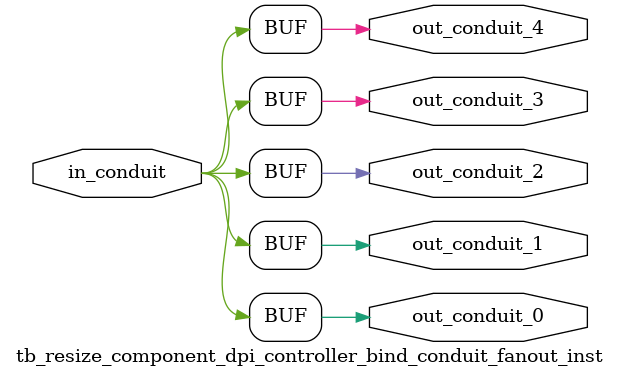
<source format=sv>


 


// --------------------------------------------------------------------------------
//| Avalon Conduit Fan-Out
// --------------------------------------------------------------------------------

// ------------------------------------------
// Generation parameters:
//   output_name:       tb_resize_component_dpi_controller_bind_conduit_fanout_inst
//   numFanOut:         5
//   
// ------------------------------------------

module tb_resize_component_dpi_controller_bind_conduit_fanout_inst (     

// Interface: out_conduit_0
 output                    out_conduit_0,
// Interface: out_conduit_1
 output                    out_conduit_1,
// Interface: out_conduit_2
 output                    out_conduit_2,
// Interface: out_conduit_3
 output                    out_conduit_3,
// Interface: out_conduit_4
 output                    out_conduit_4,

// Interface: in_conduit
 input                   in_conduit

);

   assign  out_conduit_0 = in_conduit;
   assign  out_conduit_1 = in_conduit;
   assign  out_conduit_2 = in_conduit;
   assign  out_conduit_3 = in_conduit;
   assign  out_conduit_4 = in_conduit;

endmodule //


</source>
